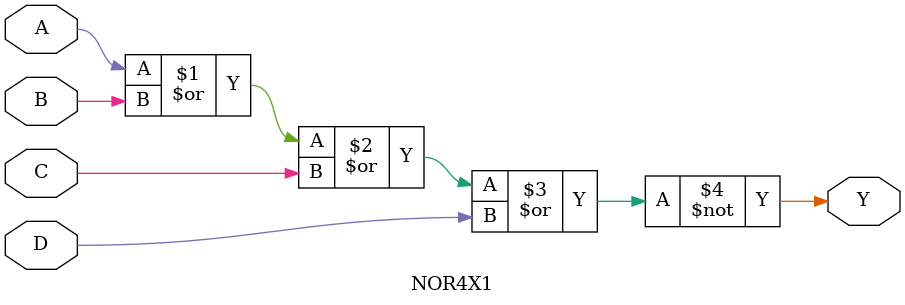
<source format=v>


module NOR4X1 (A, B, C, D, Y);
	input A, B, C, D;
	output Y;

	assign Y = ~(A | B | C | D);

endmodule

</source>
